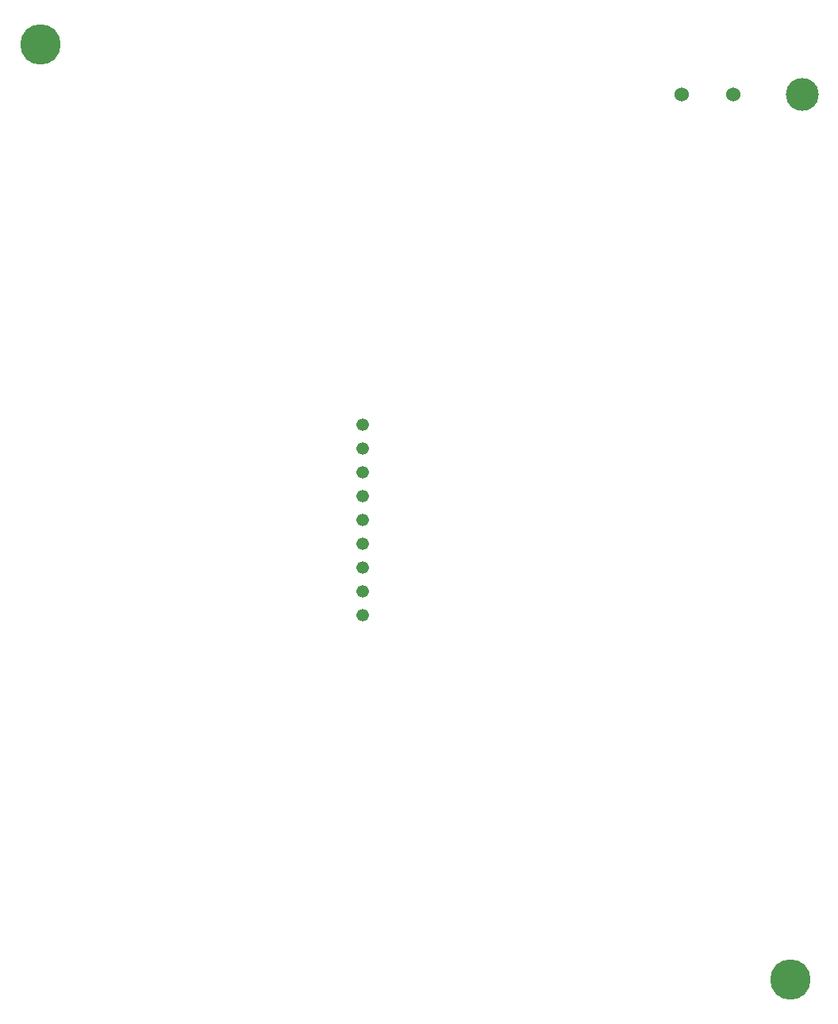
<source format=gbr>
%TF.GenerationSoftware,KiCad,Pcbnew,(5.1.9)-1*%
%TF.CreationDate,2021-03-29T17:16:35+05:30*%
%TF.ProjectId,LightStage,4c696768-7453-4746-9167-652e6b696361,rev?*%
%TF.SameCoordinates,Original*%
%TF.FileFunction,Soldermask,Bot*%
%TF.FilePolarity,Negative*%
%FSLAX46Y46*%
G04 Gerber Fmt 4.6, Leading zero omitted, Abs format (unit mm)*
G04 Created by KiCad (PCBNEW (5.1.9)-1) date 2021-03-29 17:16:35*
%MOMM*%
%LPD*%
G01*
G04 APERTURE LIST*
%ADD10C,4.300000*%
%ADD11C,3.500000*%
%ADD12C,1.524000*%
%ADD13C,1.340000*%
G04 APERTURE END LIST*
D10*
%TO.C,M2*%
X116205000Y-146050000D03*
%TD*%
%TO.C,M1*%
X36195000Y-46355000D03*
%TD*%
D11*
%TO.C,J2*%
X117475000Y-51689000D03*
D12*
X110172500Y-51689000D03*
X104648000Y-51689000D03*
%TD*%
D13*
%TO.C,RN1*%
X70612000Y-107188000D03*
X70612000Y-104648000D03*
X70612000Y-102108000D03*
X70612000Y-99568000D03*
X70612000Y-97028000D03*
X70612000Y-94488000D03*
X70612000Y-91948000D03*
X70612000Y-89408000D03*
X70612000Y-86868000D03*
%TD*%
M02*

</source>
